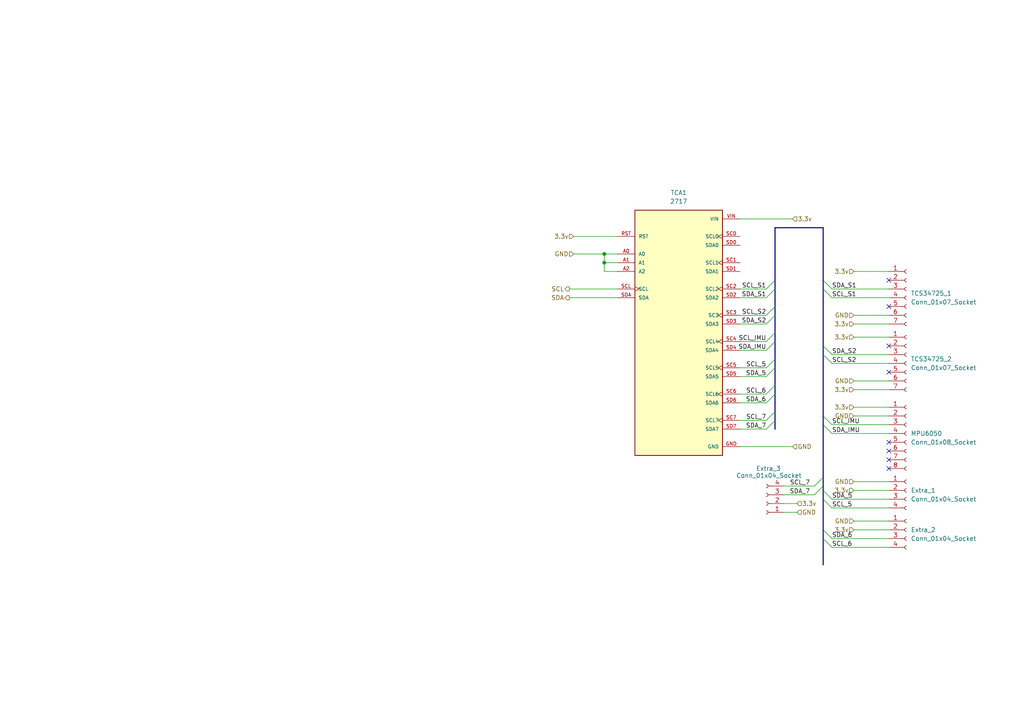
<source format=kicad_sch>
(kicad_sch (version 20250114) (generator "eeschema") (generator_version "9.0")
  (paper "A4")
  (lib_symbols
    (symbol "2717:2717" (pin_names (offset 1.016))
      (property "Reference" "TCA1" (at 0 40.64 0))
      (property "Value" "2717" (at 0 38.1 0))
      (symbol "2717_0_0"
        (rectangle (start -12.7 -35.56) (end 12.7 35.56) (stroke (width 0.254)) (fill (type background)))
      )
      (symbol "2717_1_0"
        (pin input line (at -17.78 27.94 0) (length 5.08) (name "RST") (number "RST"))
        (pin input line (at -17.78 22.86 0) (length 5.08) (name "A0") (number "A0"))
        (pin input line (at -17.78 20.32 0) (length 5.08) (name "A1") (number "A1"))
        (pin input line (at -17.78 17.78 0) (length 5.08) (name "A2") (number "A2"))
        (pin input clock (at -17.78 12.7 0) (length 5.08) (name "SCL") (number "SCL"))
        (pin bidirectional line (at -17.78 10.16 0) (length 5.08) (name "SDA") (number "SDA"))
        (pin power_in line (at 17.78 33.02 180) (length 5.08) (name "VIN") (number "VIN"))
        (pin output clock (at 17.78 27.94 180) (length 5.08) (name "SCL0") (number "SC0"))
        (pin bidirectional line (at 17.78 25.4 180) (length 5.08) (name "SDA0") (number "SD0"))
        (pin output clock (at 17.78 20.32 180) (length 5.08) (name "SCL1") (number "SC1"))
        (pin bidirectional line (at 17.78 17.78 180) (length 5.08) (name "SDA1") (number "SD1"))
        (pin output clock (at 17.78 12.7 180) (length 5.08) (name "SCL2") (number "SC2"))
        (pin bidirectional line (at 17.78 10.16 180) (length 5.08) (name "SDA2") (number "SD2"))
        (pin output clock (at 17.78 5.08 180) (length 5.08) (name "SC3") (number "SC3"))
        (pin bidirectional line (at 17.78 2.54 180) (length 5.08) (name "SDA3") (number "SD3"))
        (pin output clock (at 17.78 -2.54 180) (length 5.08) (name "SCL4") (number "SC4"))
        (pin bidirectional line (at 17.78 -5.08 180) (length 5.08) (name "SDA4") (number "SD4"))
        (pin output clock (at 17.78 -10.16 180) (length 5.08) (name "SCL5") (number "SC5"))
        (pin bidirectional line (at 17.78 -12.7 180) (length 5.08) (name "SDA5") (number "SD5"))
        (pin output clock (at 17.78 -17.78 180) (length 5.08) (name "SCL6") (number "SC6"))
        (pin bidirectional line (at 17.78 -20.32 180) (length 5.08) (name "SDA6") (number "SD6"))
        (pin output clock (at 17.78 -25.4 180) (length 5.08) (name "SCL7") (number "SC7"))
        (pin bidirectional line (at 17.78 -27.94 180) (length 5.08) (name "SDA7") (number "SD7"))
        (pin power_in line (at 17.78 -33.02 180) (length 5.08) (name "GND") (number "GND"))
      )
    )
    (symbol "Connector:Conn_01x04_Socket" (pin_names (offset 1.016) (hide yes))
      (property "Reference" "J" (at 0 5.08 0))
      (property "Value" "Conn_01x04_Socket" (at 0 -7.62 0))
      (symbol "Conn_01x04_Socket_1_1"
        (polyline (pts (xy -1.27 2.54) (xy -0.508 2.54)) (stroke (width 0.1524)))
        (polyline (pts (xy -1.27 0) (xy -0.508 0)) (stroke (width 0.1524)))
        (polyline (pts (xy -1.27 -2.54) (xy -0.508 -2.54)) (stroke (width 0.1524)))
        (polyline (pts (xy -1.27 -5.08) (xy -0.508 -5.08)) (stroke (width 0.1524)))
        (arc (start 0 2.032) (mid -0.5058 2.54) (end 0 3.048) (stroke (width 0.1524)))
        (arc (start 0 -0.508) (mid -0.5058 0) (end 0 0.508) (stroke (width 0.1524)))
        (arc (start 0 -3.048) (mid -0.5058 -2.54) (end 0 -2.032) (stroke (width 0.1524)))
        (arc (start 0 -5.588) (mid -0.5058 -5.08) (end 0 -4.572) (stroke (width 0.1524)))
        (pin passive line (at -5.08 2.54 0) (length 3.81) (name "Pin_1") (number "1"))
        (pin passive line (at -5.08 0 0) (length 3.81) (name "Pin_2") (number "2"))
        (pin passive line (at -5.08 -2.54 0) (length 3.81) (name "Pin_3") (number "3"))
        (pin passive line (at -5.08 -5.08 0) (length 3.81) (name "Pin_4") (number "4"))
      )
    )
    (symbol "Connector:Conn_01x07_Socket" (pin_names (offset 1.016) (hide yes))
      (property "Reference" "J" (at 0 10.16 0))
      (property "Value" "Conn_01x07_Socket" (at 0 -10.16 0))
      (symbol "Conn_01x07_Socket_1_1"
        (polyline (pts (xy -1.27 7.62) (xy -0.508 7.62)) (stroke (width 0.1524)))
        (polyline (pts (xy -1.27 5.08) (xy -0.508 5.08)) (stroke (width 0.1524)))
        (polyline (pts (xy -1.27 2.54) (xy -0.508 2.54)) (stroke (width 0.1524)))
        (polyline (pts (xy -1.27 0) (xy -0.508 0)) (stroke (width 0.1524)))
        (polyline (pts (xy -1.27 -2.54) (xy -0.508 -2.54)) (stroke (width 0.1524)))
        (polyline (pts (xy -1.27 -5.08) (xy -0.508 -5.08)) (stroke (width 0.1524)))
        (polyline (pts (xy -1.27 -7.62) (xy -0.508 -7.62)) (stroke (width 0.1524)))
        (arc (start 0 7.112) (mid -0.5058 7.62) (end 0 8.128) (stroke (width 0.1524)))
        (arc (start 0 4.572) (mid -0.5058 5.08) (end 0 5.588) (stroke (width 0.1524)))
        (arc (start 0 2.032) (mid -0.5058 2.54) (end 0 3.048) (stroke (width 0.1524)))
        (arc (start 0 -0.508) (mid -0.5058 0) (end 0 0.508) (stroke (width 0.1524)))
        (arc (start 0 -3.048) (mid -0.5058 -2.54) (end 0 -2.032) (stroke (width 0.1524)))
        (arc (start 0 -5.588) (mid -0.5058 -5.08) (end 0 -4.572) (stroke (width 0.1524)))
        (arc (start 0 -8.128) (mid -0.5058 -7.62) (end 0 -7.112) (stroke (width 0.1524)))
        (pin passive line (at -5.08 7.62 0) (length 3.81) (name "Pin_1") (number "1"))
        (pin passive line (at -5.08 5.08 0) (length 3.81) (name "Pin_2") (number "2"))
        (pin passive line (at -5.08 2.54 0) (length 3.81) (name "Pin_3") (number "3"))
        (pin passive line (at -5.08 0 0) (length 3.81) (name "Pin_4") (number "4"))
        (pin passive line (at -5.08 -2.54 0) (length 3.81) (name "Pin_5") (number "5"))
        (pin passive line (at -5.08 -5.08 0) (length 3.81) (name "Pin_6") (number "6"))
        (pin passive line (at -5.08 -7.62 0) (length 3.81) (name "Pin_7") (number "7"))
      )
    )
    (symbol "Connector:Conn_01x08_Socket" (pin_names (offset 1.016) (hide yes))
      (property "Reference" "J" (at 0 10.16 0))
      (property "Value" "Conn_01x08_Socket" (at 0 -12.7 0))
      (symbol "Conn_01x08_Socket_1_1"
        (polyline (pts (xy -1.27 7.62) (xy -0.508 7.62)) (stroke (width 0.1524)))
        (polyline (pts (xy -1.27 5.08) (xy -0.508 5.08)) (stroke (width 0.1524)))
        (polyline (pts (xy -1.27 2.54) (xy -0.508 2.54)) (stroke (width 0.1524)))
        (polyline (pts (xy -1.27 0) (xy -0.508 0)) (stroke (width 0.1524)))
        (polyline (pts (xy -1.27 -2.54) (xy -0.508 -2.54)) (stroke (width 0.1524)))
        (polyline (pts (xy -1.27 -5.08) (xy -0.508 -5.08)) (stroke (width 0.1524)))
        (polyline (pts (xy -1.27 -7.62) (xy -0.508 -7.62)) (stroke (width 0.1524)))
        (polyline (pts (xy -1.27 -10.16) (xy -0.508 -10.16)) (stroke (width 0.1524)))
        (arc (start 0 7.112) (mid -0.5058 7.62) (end 0 8.128) (stroke (width 0.1524)))
        (arc (start 0 4.572) (mid -0.5058 5.08) (end 0 5.588) (stroke (width 0.1524)))
        (arc (start 0 2.032) (mid -0.5058 2.54) (end 0 3.048) (stroke (width 0.1524)))
        (arc (start 0 -0.508) (mid -0.5058 0) (end 0 0.508) (stroke (width 0.1524)))
        (arc (start 0 -3.048) (mid -0.5058 -2.54) (end 0 -2.032) (stroke (width 0.1524)))
        (arc (start 0 -5.588) (mid -0.5058 -5.08) (end 0 -4.572) (stroke (width 0.1524)))
        (arc (start 0 -8.128) (mid -0.5058 -7.62) (end 0 -7.112) (stroke (width 0.1524)))
        (arc (start 0 -10.668) (mid -0.5058 -10.16) (end 0 -9.652) (stroke (width 0.1524)))
        (pin passive line (at -5.08 7.62 0) (length 3.81) (name "Pin_1") (number "1"))
        (pin passive line (at -5.08 5.08 0) (length 3.81) (name "Pin_2") (number "2"))
        (pin passive line (at -5.08 2.54 0) (length 3.81) (name "Pin_3") (number "3"))
        (pin passive line (at -5.08 0 0) (length 3.81) (name "Pin_4") (number "4"))
        (pin passive line (at -5.08 -2.54 0) (length 3.81) (name "Pin_5") (number "5"))
        (pin passive line (at -5.08 -5.08 0) (length 3.81) (name "Pin_6") (number "6"))
        (pin passive line (at -5.08 -7.62 0) (length 3.81) (name "Pin_7") (number "7"))
        (pin passive line (at -5.08 -10.16 0) (length 3.81) (name "Pin_8") (number "8"))
      )
    )
  )
  (junction (at 175.26 73.66))
  (junction (at 175.26 76.2))
  (no_connect (at 257.81 130.81))
  (no_connect (at 257.81 88.9))
  (no_connect (at 257.81 128.27))
  (no_connect (at 257.81 107.95))
  (no_connect (at 257.81 100.33))
  (no_connect (at 257.81 135.89))
  (no_connect (at 257.81 81.28))
  (no_connect (at 257.81 133.35))
  (bus_entry (at 224.79 119.38) (size -2.54 2.54))
  (bus_entry (at 238.76 140.97) (size -2.54 2.54))
  (bus_entry (at 224.79 91.44) (size -2.54 2.54))
  (bus_entry (at 238.76 144.78) (size 2.54 2.54))
  (bus_entry (at 224.79 111.76) (size -2.54 2.54))
  (bus_entry (at 238.76 156.21) (size 2.54 2.54))
  (bus_entry (at 238.76 83.82) (size 2.54 2.54))
  (bus_entry (at 238.76 153.67) (size 2.54 2.54))
  (bus_entry (at 224.79 114.3) (size -2.54 2.54))
  (bus_entry (at 238.76 100.33) (size 2.54 2.54))
  (bus_entry (at 238.76 142.24) (size 2.54 2.54))
  (bus_entry (at 224.79 83.82) (size -2.54 2.54))
  (bus_entry (at 224.79 81.28) (size -2.54 2.54))
  (bus_entry (at 224.79 106.68) (size -2.54 2.54))
  (bus_entry (at 224.79 121.92) (size -2.54 2.54))
  (bus_entry (at 224.79 88.9) (size -2.54 2.54))
  (bus_entry (at 238.76 138.43) (size -2.54 2.54))
  (bus_entry (at 238.76 123.19) (size 2.54 2.54))
  (bus_entry (at 224.79 99.06) (size -2.54 2.54))
  (bus_entry (at 224.79 96.52) (size -2.54 2.54))
  (bus_entry (at 238.76 102.87) (size 2.54 2.54))
  (bus_entry (at 224.79 104.14) (size -2.54 2.54))
  (bus_entry (at 238.76 81.28) (size 2.54 2.54))
  (bus_entry (at 238.76 120.65) (size 2.54 2.54))
  (wire (pts (xy 214.63 106.68) (xy 222.25 106.68)))
  (wire (pts (xy 241.3 83.82) (xy 257.81 83.82)))
  (wire (pts (xy 214.63 93.98) (xy 222.25 93.98)))
  (bus (pts (xy 238.76 83.82) (xy 238.76 100.33)))
  (bus (pts (xy 224.79 104.14) (xy 224.79 106.68)))
  (bus (pts (xy 238.76 100.33) (xy 238.76 102.87)))
  (bus (pts (xy 238.76 138.43) (xy 238.76 140.97)))
  (bus (pts (xy 238.76 123.19) (xy 238.76 138.43)))
  (wire (pts (xy 247.65 91.44) (xy 257.81 91.44)))
  (wire (pts (xy 247.65 113.03) (xy 257.81 113.03)))
  (wire (pts (xy 241.3 144.78) (xy 257.81 144.78)))
  (wire (pts (xy 241.3 105.41) (xy 257.81 105.41)))
  (bus (pts (xy 224.79 83.82) (xy 224.79 88.9)))
  (bus (pts (xy 224.79 106.68) (xy 224.79 111.76)))
  (wire (pts (xy 214.63 63.5) (xy 229.87 63.5)))
  (bus (pts (xy 224.79 66.04) (xy 238.76 66.04)))
  (bus (pts (xy 224.79 119.38) (xy 224.79 121.92)))
  (wire (pts (xy 214.63 86.36) (xy 222.25 86.36)))
  (bus (pts (xy 224.79 91.44) (xy 224.79 96.52)))
  (wire (pts (xy 214.63 101.6) (xy 222.25 101.6)))
  (bus (pts (xy 224.79 99.06) (xy 224.79 104.14)))
  (wire (pts (xy 227.33 146.05) (xy 231.14 146.05)))
  (wire (pts (xy 241.3 147.32) (xy 257.81 147.32)))
  (wire (pts (xy 241.3 125.73) (xy 257.81 125.73)))
  (bus (pts (xy 238.76 142.24) (xy 238.76 144.78)))
  (wire (pts (xy 214.63 83.82) (xy 222.25 83.82)))
  (bus (pts (xy 224.79 111.76) (xy 224.79 114.3)))
  (wire (pts (xy 241.3 86.36) (xy 257.81 86.36)))
  (wire (pts (xy 247.65 139.7) (xy 257.81 139.7)))
  (wire (pts (xy 214.63 91.44) (xy 222.25 91.44)))
  (bus (pts (xy 238.76 144.78) (xy 238.76 153.67)))
  (bus (pts (xy 238.76 81.28) (xy 238.76 83.82)))
  (bus (pts (xy 238.76 120.65) (xy 238.76 123.19)))
  (wire (pts (xy 214.63 116.84) (xy 222.25 116.84)))
  (wire (pts (xy 247.65 110.49) (xy 257.81 110.49)))
  (wire (pts (xy 247.65 118.11) (xy 257.81 118.11)))
  (wire (pts (xy 166.37 68.58) (xy 179.07 68.58)))
  (bus (pts (xy 238.76 156.21) (xy 238.76 163.83)))
  (bus (pts (xy 224.79 114.3) (xy 224.79 119.38)))
  (bus (pts (xy 238.76 140.97) (xy 238.76 142.24)))
  (wire (pts (xy 241.3 156.21) (xy 257.81 156.21)))
  (wire (pts (xy 165.1 86.36) (xy 179.07 86.36)))
  (wire (pts (xy 247.65 142.24) (xy 257.81 142.24)))
  (bus (pts (xy 238.76 66.04) (xy 238.76 81.28)))
  (wire (pts (xy 247.65 120.65) (xy 257.81 120.65)))
  (wire (pts (xy 214.63 124.46) (xy 222.25 124.46)))
  (bus (pts (xy 224.79 81.28) (xy 224.79 83.82)))
  (wire (pts (xy 175.26 73.66) (xy 175.26 76.2)))
  (bus (pts (xy 224.79 96.52) (xy 224.79 99.06)))
  (wire (pts (xy 241.3 102.87) (xy 257.81 102.87)))
  (wire (pts (xy 175.26 78.74) (xy 179.07 78.74)))
  (wire (pts (xy 247.65 78.74) (xy 257.81 78.74)))
  (wire (pts (xy 227.33 143.51) (xy 236.22 143.51)))
  (wire (pts (xy 241.3 123.19) (xy 257.81 123.19)))
  (wire (pts (xy 214.63 99.06) (xy 222.25 99.06)))
  (wire (pts (xy 214.63 109.22) (xy 222.25 109.22)))
  (wire (pts (xy 214.63 121.92) (xy 222.25 121.92)))
  (wire (pts (xy 165.1 83.82) (xy 179.07 83.82)))
  (wire (pts (xy 227.33 140.97) (xy 236.22 140.97)))
  (bus (pts (xy 224.79 88.9) (xy 224.79 91.44)))
  (wire (pts (xy 227.33 148.59) (xy 231.14 148.59)))
  (wire (pts (xy 241.3 158.75) (xy 257.81 158.75)))
  (wire (pts (xy 247.65 151.13) (xy 257.81 151.13)))
  (wire (pts (xy 214.63 114.3) (xy 222.25 114.3)))
  (wire (pts (xy 175.26 76.2) (xy 175.26 78.74)))
  (wire (pts (xy 247.65 153.67) (xy 257.81 153.67)))
  (wire (pts (xy 175.26 76.2) (xy 179.07 76.2)))
  (wire (pts (xy 214.63 129.54) (xy 229.87 129.54)))
  (wire (pts (xy 247.65 93.98) (xy 257.81 93.98)))
  (wire (pts (xy 247.65 97.79) (xy 257.81 97.79)))
  (bus (pts (xy 224.79 66.04) (xy 224.79 81.28)))
  (bus (pts (xy 238.76 153.67) (xy 238.76 156.21)))
  (bus (pts (xy 238.76 102.87) (xy 238.76 120.65)))
  (bus (pts (xy 224.79 121.92) (xy 224.79 124.46)))
  (wire (pts (xy 166.37 73.66) (xy 175.26 73.66)))
  (wire (pts (xy 175.26 73.66) (xy 179.07 73.66)))
  (label "SDA_IMU" (at 241.3 125.73 0))
  (label "SDA_IMU" (at 222.25 101.6 180))
  (label "SCL_S2" (at 241.3 105.41 0))
  (label "SCL_6" (at 241.3 158.75 0))
  (label "SDA_S1" (at 241.3 83.82 0))
  (label "SDA_5" (at 241.3 144.78 0))
  (label "SCL_7" (at 234.95 140.97 180))
  (label "SCL_5" (at 241.3 147.32 0))
  (label "SCL_IMU" (at 241.3 123.19 0))
  (label "SDA_S2" (at 241.3 102.87 0))
  (label "SCL_IMU" (at 222.25 99.06 180))
  (label "SCL_6" (at 222.25 114.3 180))
  (label "SCL_S2" (at 222.25 91.44 180))
  (label "SDA_S1" (at 222.25 86.36 180))
  (label "SDA_6" (at 222.25 116.84 180))
  (label "SDA_5" (at 222.25 109.22 180))
  (label "SCL_S1" (at 222.25 83.82 180))
  (label "SDA_6" (at 241.3 156.21 0))
  (label "SDA_7" (at 234.95 143.51 180))
  (label "SDA_S2" (at 222.25 93.98 180))
  (label "SCL_7" (at 222.25 121.92 180))
  (label "SDA_7" (at 222.25 124.46 180))
  (label "SCL_S1" (at 241.3 86.36 0))
  (label "SCL_5" (at 222.25 106.68 180))
  (hierarchical_label "3.3v" (shape input) (at 229.87 63.5 0))
  (hierarchical_label "GND" (shape input) (at 247.65 120.65 180))
  (hierarchical_label "3.3v" (shape input) (at 247.65 142.24 180))
  (hierarchical_label "3.3v" (shape input) (at 231.14 146.05 0))
  (hierarchical_label "GND" (shape input) (at 247.65 91.44 180))
  (hierarchical_label "GND" (shape input) (at 247.65 151.13 180))
  (hierarchical_label "3.3v" (shape input) (at 247.65 93.98 180))
  (hierarchical_label "SDA" (shape output) (at 165.1 86.36 180))
  (hierarchical_label "GND" (shape input) (at 247.65 110.49 180))
  (hierarchical_label "3.3v" (shape input) (at 247.65 78.74 180))
  (hierarchical_label "3.3v" (shape input) (at 166.37 68.58 180))
  (hierarchical_label "SCL" (shape output) (at 165.1 83.82 180))
  (hierarchical_label "GND" (shape input) (at 247.65 139.7 180))
  (hierarchical_label "GND" (shape input) (at 231.14 148.59 0))
  (hierarchical_label "GND" (shape input) (at 229.87 129.54 0))
  (hierarchical_label "GND" (shape input) (at 166.37 73.66 180))
  (hierarchical_label "3.3v" (shape input) (at 247.65 153.67 180))
  (hierarchical_label "3.3v" (shape input) (at 247.65 118.11 180))
  (hierarchical_label "3.3v" (shape input) (at 247.65 113.03 180))
  (hierarchical_label "3.3v" (shape input) (at 247.65 97.79 180))
  (symbol (lib_id "Connector:Conn_01x07_Socket") (at 262.89 86.36 0) (unit 1)
    (property "Reference" "TCS34725_1" (at 264.16 85.0899 0) (effects (justify left)))
    (property "Value" "Conn_01x07_Socket" (at 264.16 87.6299 0) (effects (justify left)))
    (property "Footprint" "Connector_JST:JST_XH_B7B-XH-A_1x07_P2.50mm_Vertical" (effects (hide yes)))
    (property "Description" "Generic connector, single row, 01x07, script generated" (effects (hide yes)))
  )
  (symbol (lib_id "Connector:Conn_01x07_Socket") (at 262.89 105.41 0) (unit 1)
    (property "Reference" "TCS34725_2" (at 264.16 104.1399 0) (effects (justify left)))
    (property "Value" "Conn_01x07_Socket" (at 264.16 106.6799 0) (effects (justify left)))
    (property "Footprint" "Connector_JST:JST_XH_B7B-XH-A_1x07_P2.50mm_Vertical" (effects (hide yes)))
    (property "Description" "Generic connector, single row, 01x07, script generated" (effects (hide yes)))
  )
  (symbol (lib_id "Connector:Conn_01x04_Socket") (at 222.25 146.05 180) (unit 1)
    (property "Reference" "Extra_3" (at 222.885 135.89 0))
    (property "Value" "Conn_01x04_Socket" (at 223.012 137.922 0))
    (property "Footprint" "Connector_JST:JST_XH_B4B-XH-A_1x04_P2.50mm_Vertical" (effects (hide yes)))
    (property "Description" "Generic connector, single row, 01x04, script generated" (effects (hide yes)))
  )
  (symbol (lib_id "Connector:Conn_01x08_Socket") (at 262.89 125.73 0) (unit 1)
    (property "Reference" "MPU6050" (at 264.16 125.7299 0) (effects (justify left)))
    (property "Value" "Conn_01x08_Socket" (at 264.16 128.2699 0) (effects (justify left)))
    (property "Footprint" "Connector_JST:JST_XH_B8B-XH-A_1x08_P2.50mm_Vertical" (effects (hide yes)))
    (property "Description" "Generic connector, single row, 01x08, script generated" (effects (hide yes)))
  )
  (symbol (lib_id "2717:2717") (at 196.85 96.52 0) (unit 1)
    (property "Reference" "TCA1" (at 196.85 55.88 0))
    (property "Value" "2717" (at 196.85 58.42 0))
    (property "Footprint" "Footprints Personalizados:TCA9548_ALT" (effects (hide yes)))
    (property "MF" "Adafruit" (effects (hide yes)))
    (property "MAXIMUM_PACKAGE_HEIGHT" "2.7mm" (effects (hide yes)))
    (property "Package" "None" (effects (hide yes)))
    (property "Price" "None" (effects (hide yes)))
    (property "Check_prices" "https://www.snapeda.com/parts/2717/Adafruit+Industries/view-part/?ref=eda" (effects (hide yes)))
    (property "STANDARD" "Manufacturer Recommendations" (effects (hide yes)))
    (property "PARTREV" "Sep 11, 2015" (effects (hide yes)))
    (property "SnapEDA_Link" "https://www.snapeda.com/parts/2717/Adafruit+Industries/view-part/?ref=snap" (effects (hide yes)))
    (property "MP" "2717" (effects (hide yes)))
    (property "Description_1" "Module: multiplexer; I2C interface multiplexer; TCA9548A; 3÷5VDC" (effects (hide yes)))
    (property "MANUFACTURER" "Adafruit" (effects (hide yes)))
    (property "Availability" "In Stock" (effects (hide yes)))
    (property "SNAPEDA_PN" "2717" (effects (hide yes)))
  )
  (symbol (lib_id "Connector:Conn_01x04_Socket") (at 262.89 142.24 0) (unit 1)
    (property "Reference" "Extra_1" (at 264.16 142.2399 0) (effects (justify left)))
    (property "Value" "Conn_01x04_Socket" (at 264.16 144.7799 0) (effects (justify left)))
    (property "Footprint" "Connector_JST:JST_XH_B4B-XH-A_1x04_P2.50mm_Vertical" (effects (hide yes)))
    (property "Description" "Generic connector, single row, 01x04, script generated" (effects (hide yes)))
  )
  (symbol (lib_id "Connector:Conn_01x04_Socket") (at 262.89 153.67 0) (unit 1)
    (property "Reference" "Extra_2" (at 264.16 153.6699 0) (effects (justify left)))
    (property "Value" "Conn_01x04_Socket" (at 264.16 156.2099 0) (effects (justify left)))
    (property "Footprint" "Connector_JST:JST_XH_B4B-XH-A_1x04_P2.50mm_Vertical" (effects (hide yes)))
    (property "Description" "Generic connector, single row, 01x04, script generated" (effects (hide yes)))
  )
)
</source>
